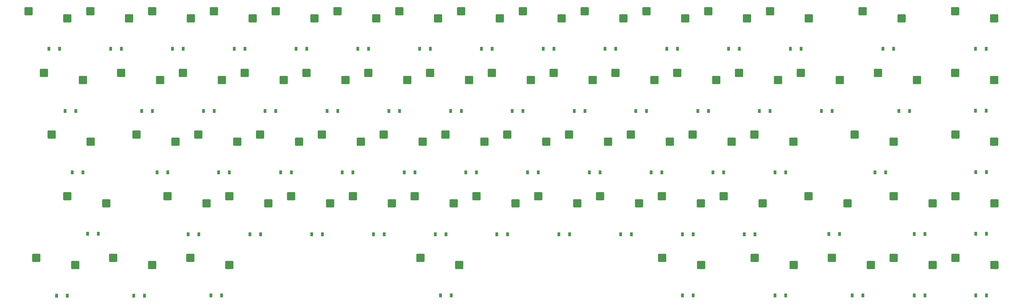
<source format=gbr>
%TF.GenerationSoftware,KiCad,Pcbnew,(6.0.1-0)*%
%TF.CreationDate,2022-09-18T11:43:05-04:00*%
%TF.ProjectId,keeb,6b656562-2e6b-4696-9361-645f70636258,rev?*%
%TF.SameCoordinates,Original*%
%TF.FileFunction,Paste,Bot*%
%TF.FilePolarity,Positive*%
%FSLAX46Y46*%
G04 Gerber Fmt 4.6, Leading zero omitted, Abs format (unit mm)*
G04 Created by KiCad (PCBNEW (6.0.1-0)) date 2022-09-18 11:43:05*
%MOMM*%
%LPD*%
G01*
G04 APERTURE LIST*
G04 Aperture macros list*
%AMRoundRect*
0 Rectangle with rounded corners*
0 $1 Rounding radius*
0 $2 $3 $4 $5 $6 $7 $8 $9 X,Y pos of 4 corners*
0 Add a 4 corners polygon primitive as box body*
4,1,4,$2,$3,$4,$5,$6,$7,$8,$9,$2,$3,0*
0 Add four circle primitives for the rounded corners*
1,1,$1+$1,$2,$3*
1,1,$1+$1,$4,$5*
1,1,$1+$1,$6,$7*
1,1,$1+$1,$8,$9*
0 Add four rect primitives between the rounded corners*
20,1,$1+$1,$2,$3,$4,$5,0*
20,1,$1+$1,$4,$5,$6,$7,0*
20,1,$1+$1,$6,$7,$8,$9,0*
20,1,$1+$1,$8,$9,$2,$3,0*%
G04 Aperture macros list end*
%ADD10RoundRect,0.250000X-1.025000X-1.000000X1.025000X-1.000000X1.025000X1.000000X-1.025000X1.000000X0*%
%ADD11R,0.900000X1.200000*%
G04 APERTURE END LIST*
D10*
%TO.C,SW5*%
X31975000Y29900000D03*
X19975000Y32100000D03*
%TD*%
%TO.C,SW10*%
X55725000Y29900000D03*
X43725000Y32100000D03*
%TD*%
%TO.C,SW15*%
X67475000Y32100000D03*
X79475000Y29900000D03*
%TD*%
%TO.C,SW20*%
X274750000Y108300000D03*
X286750000Y106100000D03*
%TD*%
%TO.C,SW25*%
X291500000Y87050000D03*
X279500000Y89250000D03*
%TD*%
%TO.C,SW30*%
X284325000Y68000000D03*
X272325000Y70200000D03*
%TD*%
%TO.C,SW35*%
X138400000Y32100000D03*
X150400000Y29900000D03*
%TD*%
%TO.C,SW55*%
X212950000Y32100000D03*
X224950000Y29900000D03*
%TD*%
%TO.C,SW60*%
X241500000Y32100000D03*
X253500000Y29900000D03*
%TD*%
%TO.C,SW64*%
X270075000Y48950000D03*
X258075000Y51150000D03*
%TD*%
%TO.C,SW1*%
X29600000Y106100000D03*
X17600000Y108300000D03*
%TD*%
%TO.C,SW6*%
X48650000Y106100000D03*
X36650000Y108300000D03*
%TD*%
%TO.C,SW8*%
X62900000Y68000000D03*
X50900000Y70200000D03*
%TD*%
%TO.C,SW9*%
X72450000Y48950000D03*
X60450000Y51150000D03*
%TD*%
%TO.C,SW11*%
X55700000Y108300000D03*
X67700000Y106100000D03*
%TD*%
%TO.C,SW12*%
X77200000Y87050000D03*
X65200000Y89250000D03*
%TD*%
%TO.C,SW13*%
X69950000Y70200000D03*
X81950000Y68000000D03*
%TD*%
%TO.C,SW14*%
X79500000Y51150000D03*
X91500000Y48950000D03*
%TD*%
%TO.C,SW16*%
X86750000Y106100000D03*
X74750000Y108300000D03*
%TD*%
%TO.C,SW17*%
X96250000Y87050000D03*
X84250000Y89250000D03*
%TD*%
%TO.C,SW18*%
X101000000Y68000000D03*
X89000000Y70200000D03*
%TD*%
%TO.C,SW19*%
X110550000Y48950000D03*
X98550000Y51150000D03*
%TD*%
%TO.C,SW21*%
X93800000Y108300000D03*
X105800000Y106100000D03*
%TD*%
%TO.C,SW22*%
X115300000Y87050000D03*
X103300000Y89250000D03*
%TD*%
%TO.C,SW23*%
X120050000Y68000000D03*
X108050000Y70200000D03*
%TD*%
%TO.C,SW24*%
X117600000Y51150000D03*
X129600000Y48950000D03*
%TD*%
%TO.C,SW26*%
X112850000Y108300000D03*
X124850000Y106100000D03*
%TD*%
%TO.C,SW27*%
X122350000Y89250000D03*
X134350000Y87050000D03*
%TD*%
%TO.C,SW28*%
X139100000Y68000000D03*
X127100000Y70200000D03*
%TD*%
%TO.C,SW29*%
X148650000Y48950000D03*
X136650000Y51150000D03*
%TD*%
%TO.C,SW31*%
X131900000Y108300000D03*
X143900000Y106100000D03*
%TD*%
%TO.C,SW32*%
X153400000Y87050000D03*
X141400000Y89250000D03*
%TD*%
%TO.C,SW33*%
X158150000Y68000000D03*
X146150000Y70200000D03*
%TD*%
%TO.C,SW34*%
X155700000Y51150000D03*
X167700000Y48950000D03*
%TD*%
%TO.C,SW36*%
X162950000Y106100000D03*
X150950000Y108300000D03*
%TD*%
%TO.C,SW37*%
X172450000Y87050000D03*
X160450000Y89250000D03*
%TD*%
%TO.C,SW38*%
X165200000Y70200000D03*
X177200000Y68000000D03*
%TD*%
%TO.C,SW39*%
X186750000Y48950000D03*
X174750000Y51150000D03*
%TD*%
%TO.C,SW40*%
X296350000Y48950000D03*
X284350000Y51150000D03*
%TD*%
%TO.C,SW41*%
X182000000Y106100000D03*
X170000000Y108300000D03*
%TD*%
%TO.C,SW42*%
X179500000Y89250000D03*
X191500000Y87050000D03*
%TD*%
%TO.C,SW43*%
X184250000Y70200000D03*
X196250000Y68000000D03*
%TD*%
%TO.C,SW44*%
X205800000Y48950000D03*
X193800000Y51150000D03*
%TD*%
%TO.C,SW45*%
X284350000Y32100000D03*
X296350000Y29900000D03*
%TD*%
%TO.C,SW46*%
X189050000Y108300000D03*
X201050000Y106100000D03*
%TD*%
%TO.C,SW47*%
X198550000Y89250000D03*
X210550000Y87050000D03*
%TD*%
%TO.C,SW48*%
X203300000Y70200000D03*
X215300000Y68000000D03*
%TD*%
%TO.C,SW49*%
X224850000Y48950000D03*
X212850000Y51150000D03*
%TD*%
%TO.C,SW50*%
X315300000Y106100000D03*
X303300000Y108300000D03*
%TD*%
%TO.C,SW51*%
X220100000Y106100000D03*
X208100000Y108300000D03*
%TD*%
%TO.C,SW52*%
X217600000Y89250000D03*
X229600000Y87050000D03*
%TD*%
%TO.C,SW53*%
X234350000Y68000000D03*
X222350000Y70200000D03*
%TD*%
%TO.C,SW54*%
X243950000Y48950000D03*
X231950000Y51150000D03*
%TD*%
%TO.C,SW56*%
X239150000Y106100000D03*
X227150000Y108300000D03*
%TD*%
%TO.C,SW57*%
X236650000Y89250000D03*
X248650000Y87050000D03*
%TD*%
%TO.C,SW58*%
X253400000Y68000000D03*
X241400000Y70200000D03*
%TD*%
%TO.C,SW59*%
X303300000Y89250000D03*
X315300000Y87050000D03*
%TD*%
%TO.C,SW61*%
X258200000Y106100000D03*
X246200000Y108300000D03*
%TD*%
%TO.C,SW62*%
X267700000Y87050000D03*
X255700000Y89250000D03*
%TD*%
%TO.C,SW63*%
X315350000Y68000000D03*
X303350000Y70200000D03*
%TD*%
%TO.C,SW65*%
X277300000Y29900000D03*
X265300000Y32100000D03*
%TD*%
%TO.C,SW66*%
X315400000Y48950000D03*
X303400000Y51150000D03*
%TD*%
%TO.C,SW67*%
X303400000Y32100000D03*
X315400000Y29900000D03*
%TD*%
%TO.C,SW7*%
X58150000Y87050000D03*
X46150000Y89250000D03*
%TD*%
%TO.C,SW2*%
X22400000Y89250000D03*
X34400000Y87050000D03*
%TD*%
%TO.C,SW3*%
X36775000Y68000000D03*
X24775000Y70200000D03*
%TD*%
%TO.C,SW4*%
X29575000Y51150000D03*
X41575000Y48950000D03*
%TD*%
D11*
%TO.C,D1*%
X27150000Y96700000D03*
X23850000Y96700000D03*
%TD*%
%TO.C,D2*%
X32175000Y77475000D03*
X28875000Y77475000D03*
%TD*%
%TO.C,D3*%
X34400000Y58525000D03*
X31100000Y58525000D03*
%TD*%
%TO.C,D4*%
X39125000Y39550000D03*
X35825000Y39550000D03*
%TD*%
%TO.C,D5*%
X29550000Y20400000D03*
X26250000Y20400000D03*
%TD*%
%TO.C,D6*%
X46250000Y96700000D03*
X42950000Y96700000D03*
%TD*%
%TO.C,D7*%
X55825000Y77525000D03*
X52525000Y77525000D03*
%TD*%
%TO.C,D8*%
X60525000Y58525000D03*
X57225000Y58525000D03*
%TD*%
%TO.C,D9*%
X70100000Y39425000D03*
X66800000Y39425000D03*
%TD*%
%TO.C,D10*%
X53350000Y20400000D03*
X50050000Y20400000D03*
%TD*%
%TO.C,D11*%
X65250000Y96700000D03*
X61950000Y96700000D03*
%TD*%
%TO.C,D12*%
X74825000Y77525000D03*
X71525000Y77525000D03*
%TD*%
%TO.C,D13*%
X79525000Y58525000D03*
X76225000Y58525000D03*
%TD*%
%TO.C,D14*%
X89200000Y39425000D03*
X85900000Y39425000D03*
%TD*%
%TO.C,D15*%
X77150000Y20500000D03*
X73850000Y20500000D03*
%TD*%
%TO.C,D16*%
X84350000Y96700000D03*
X81050000Y96700000D03*
%TD*%
%TO.C,D17*%
X93825000Y77525000D03*
X90525000Y77525000D03*
%TD*%
%TO.C,D18*%
X98625000Y58525000D03*
X95325000Y58525000D03*
%TD*%
%TO.C,D19*%
X108200000Y39425000D03*
X104900000Y39425000D03*
%TD*%
%TO.C,D21*%
X103350000Y96700000D03*
X100050000Y96700000D03*
%TD*%
%TO.C,D22*%
X112925000Y77525000D03*
X109625000Y77525000D03*
%TD*%
%TO.C,D23*%
X117625000Y58525000D03*
X114325000Y58525000D03*
%TD*%
%TO.C,D24*%
X127300000Y39425000D03*
X124000000Y39425000D03*
%TD*%
%TO.C,D26*%
X122450000Y96700000D03*
X119150000Y96700000D03*
%TD*%
%TO.C,D27*%
X132025000Y77525000D03*
X128725000Y77525000D03*
%TD*%
%TO.C,D28*%
X136725000Y58525000D03*
X133425000Y58525000D03*
%TD*%
%TO.C,D29*%
X146300000Y39425000D03*
X143000000Y39425000D03*
%TD*%
%TO.C,D31*%
X141450000Y96700000D03*
X138150000Y96700000D03*
%TD*%
%TO.C,D32*%
X151025000Y77525000D03*
X147725000Y77525000D03*
%TD*%
%TO.C,D33*%
X155725000Y58525000D03*
X152425000Y58525000D03*
%TD*%
%TO.C,D34*%
X165300000Y39425000D03*
X162000000Y39425000D03*
%TD*%
%TO.C,D35*%
X147950000Y20500000D03*
X144650000Y20500000D03*
%TD*%
%TO.C,D36*%
X160550000Y96700000D03*
X157250000Y96700000D03*
%TD*%
%TO.C,D37*%
X170025000Y77525000D03*
X166725000Y77525000D03*
%TD*%
%TO.C,D38*%
X174725000Y58525000D03*
X171425000Y58525000D03*
%TD*%
%TO.C,D39*%
X184400000Y39425000D03*
X181100000Y39425000D03*
%TD*%
%TO.C,D41*%
X179550000Y96700000D03*
X176250000Y96700000D03*
%TD*%
%TO.C,D42*%
X189125000Y77525000D03*
X185825000Y77525000D03*
%TD*%
%TO.C,D43*%
X193825000Y58525000D03*
X190525000Y58525000D03*
%TD*%
%TO.C,D44*%
X203500000Y39425000D03*
X200200000Y39425000D03*
%TD*%
%TO.C,D46*%
X198650000Y96700000D03*
X195350000Y96700000D03*
%TD*%
%TO.C,D47*%
X208125000Y77525000D03*
X204825000Y77525000D03*
%TD*%
%TO.C,D48*%
X212825000Y58525000D03*
X209525000Y58525000D03*
%TD*%
%TO.C,D49*%
X222500000Y39425000D03*
X219200000Y39425000D03*
%TD*%
%TO.C,D51*%
X217650000Y96700000D03*
X214350000Y96700000D03*
%TD*%
%TO.C,D52*%
X227225000Y77525000D03*
X223925000Y77525000D03*
%TD*%
%TO.C,D53*%
X231925000Y58525000D03*
X228625000Y58525000D03*
%TD*%
%TO.C,D54*%
X241600000Y39425000D03*
X238300000Y39425000D03*
%TD*%
%TO.C,D55*%
X222550000Y20500000D03*
X219250000Y20500000D03*
%TD*%
%TO.C,D56*%
X236750000Y96700000D03*
X233450000Y96700000D03*
%TD*%
%TO.C,D57*%
X246225000Y77525000D03*
X242925000Y77525000D03*
%TD*%
%TO.C,D58*%
X251025000Y58525000D03*
X247725000Y58525000D03*
%TD*%
%TO.C,D60*%
X251050000Y20500000D03*
X247750000Y20500000D03*
%TD*%
%TO.C,D61*%
X255750000Y96700000D03*
X252450000Y96700000D03*
%TD*%
%TO.C,D62*%
X265325000Y77525000D03*
X262025000Y77525000D03*
%TD*%
%TO.C,D64*%
X267650000Y39525000D03*
X264350000Y39525000D03*
%TD*%
%TO.C,D65*%
X274850000Y20500000D03*
X271550000Y20500000D03*
%TD*%
%TO.C,D20*%
X284350000Y96700000D03*
X281050000Y96700000D03*
%TD*%
%TO.C,D25*%
X289250000Y77500000D03*
X285950000Y77500000D03*
%TD*%
%TO.C,D30*%
X281875000Y58550000D03*
X278575000Y58550000D03*
%TD*%
%TO.C,D40*%
X293950000Y39500000D03*
X290650000Y39500000D03*
%TD*%
%TO.C,D45*%
X293950000Y20500000D03*
X290650000Y20500000D03*
%TD*%
%TO.C,D50*%
X312850000Y96700000D03*
X309550000Y96700000D03*
%TD*%
%TO.C,D59*%
X312850000Y77600000D03*
X309550000Y77600000D03*
%TD*%
%TO.C,D63*%
X312950000Y58600000D03*
X309650000Y58600000D03*
%TD*%
%TO.C,D66*%
X312950000Y39600000D03*
X309650000Y39600000D03*
%TD*%
%TO.C,D67*%
X312950000Y20500000D03*
X309650000Y20500000D03*
%TD*%
M02*

</source>
